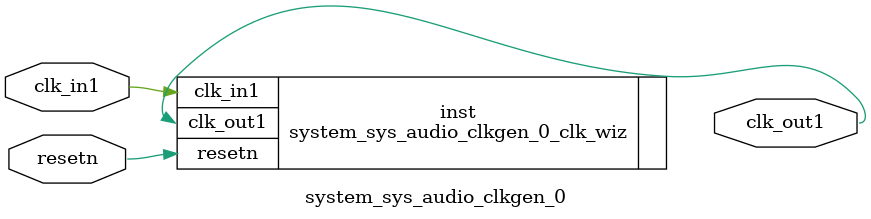
<source format=v>


`timescale 1ps/1ps

(* CORE_GENERATION_INFO = "system_sys_audio_clkgen_0,clk_wiz_v6_0_0_0,{component_name=system_sys_audio_clkgen_0,use_phase_alignment=true,use_min_o_jitter=false,use_max_i_jitter=false,use_dyn_phase_shift=false,use_inclk_switchover=false,use_dyn_reconfig=false,enable_axi=0,feedback_source=FDBK_AUTO,PRIMITIVE=MMCM,num_out_clk=1,clkin1_period=5.000,clkin2_period=10.0,use_power_down=false,use_reset=true,use_locked=false,use_inclk_stopped=false,feedback_type=SINGLE,CLOCK_MGR_TYPE=NA,manual_override=false}" *)

module system_sys_audio_clkgen_0 
 (
  // Clock out ports
  output        clk_out1,
  // Status and control signals
  input         resetn,
 // Clock in ports
  input         clk_in1
 );

  system_sys_audio_clkgen_0_clk_wiz inst
  (
  // Clock out ports  
  .clk_out1(clk_out1),
  // Status and control signals               
  .resetn(resetn), 
 // Clock in ports
  .clk_in1(clk_in1)
  );

endmodule

</source>
